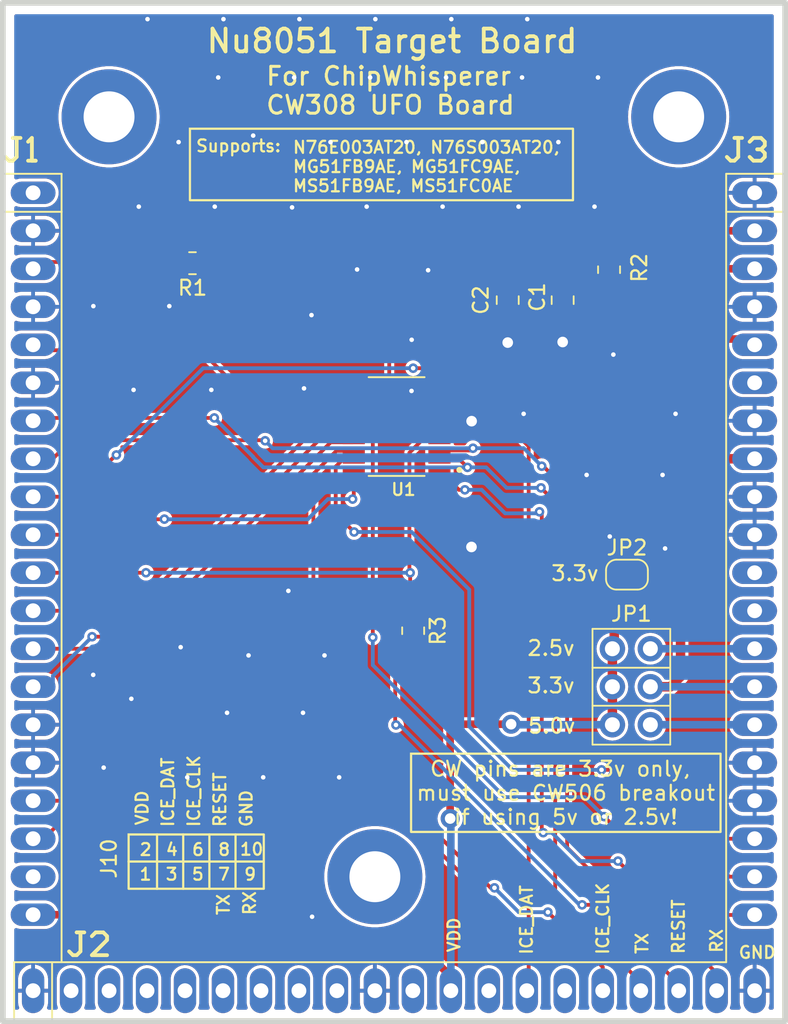
<source format=kicad_pcb>
(kicad_pcb (version 20221018) (generator pcbnew)
  (layers (0 "F.Cu" signal) (31 "B.Cu" signal) (34 "B.Paste" user) (35 "F.Paste" user) (36 "B.SilkS" user "B.Silkscreen") (37 "F.SilkS" user "F.Silkscreen") (38 "B.Mask" user) (39 "F.Mask" user) (44 "Edge.Cuts" user))
  (net 0 "")
  (net 1 "VCC")
  (net 2 "GND")
  (net 3 "Net-(J1-FILT_LP)")
  (net 5 "Net-(J1-CLKOUT)")
  (net 6 "GPI01")
  (net 7 "GPI02")
  (net 8 "GPI03")
  (net 9 "GPI04")
  (net 10 "RST")
  (net 11 "SCK")
  (net 12 "MISO")
  (net 13 "MOSI")
  (net 14 "PDIC")
  (net 15 "PDID")
  (net 26 "CLK")
  (net 27 "VBUS")
  (net 33 "LED1")
  (net 34 "LED2")
  (net 35 "LED3")
  (net 36 "CLKOUT")
  (net 38 "+5V")
  (net 39 "+3.3V")
  (net 40 "+2V5")
  (net 41 "SCL")
  (net 42 "SDA")
  (footprint "Resistor_SMD:R_0805_2012Metric_Pad1.20x1.40mm_HandSolder" (layer "F.Cu") (at 150 105.1 90)
    (fp_text reference "R3" (at 0 1.65 270) (layer "F.SilkS"))
    (fp_text value "10K")
    (pad "1" smd roundrect (at -1 0 90) (size 1.2 1.4) (layers "F.Cu" "F.Paste" "F.Mask") (roundrect_rratio 0.2083333333) (net 1 "VCC"))
    (pad "2" smd roundrect (at 1 0 90) (size 1.2 1.4) (layers "F.Cu" "F.Paste" "F.Mask") (roundrect_rratio 0.2083333333) (net 10 "RST"))
  )
  (footprint "Connector_PinHeader_2.54mm:PinHeader_2x03_P2.54mm_Vertical" (layer "F.Cu") (at 163.325 106.3042)
    (fp_text reference "JP1" (at 1.27 -2.33) (layer "F.SilkS"))
    (fp_text value "Jumper_2_Open")
    (pad "1" thru_hole circle (at 0 0) (size 1.7 1.7) (drill 1) (layers "*.Cu" "*.Mask") (net 1 "VCC"))
    (pad "2" thru_hole oval (at 2.54 0) (size 1.7 1.7) (drill 1) (layers "*.Cu" "*.Mask") (net 40 "+2V5"))
    (pad "3" thru_hole oval (at 0 2.54) (size 1.7 1.7) (drill 1) (layers "*.Cu" "*.Mask") (net 1 "VCC"))
    (pad "4" thru_hole oval (at 2.54 2.54) (size 1.7 1.7) (drill 1) (layers "*.Cu" "*.Mask") (net 39 "+3.3V"))
    (pad "5" thru_hole oval (at 0 5.08) (size 1.7 1.7) (drill 1) (layers "*.Cu" "*.Mask") (net 1 "VCC"))
    (pad "6" thru_hole oval (at 2.54 5.08) (size 1.7 1.7) (drill 1) (layers "*.Cu" "*.Mask") (net 38 "+5V"))
  )
  (footprint "Resistor_SMD:R_0805_2012Metric_Pad1.20x1.40mm_HandSolder" (layer "F.Cu") (at 135.24 80.53 180)
    (fp_text reference "R1" (at 0 -1.65) (layer "F.SilkS"))
    (fp_text value "100R")
    (pad "1" smd roundrect (at -1 0 180) (size 1.2 1.4) (layers "F.Cu" "F.Paste" "F.Mask") (roundrect_rratio 0.2083333333) (net 26 "CLK"))
    (pad "2" smd roundrect (at 1 0 180) (size 1.2 1.4) (layers "F.Cu" "F.Paste" "F.Mask") (roundrect_rratio 0.2083333333) (net 5 "Net-(J1-CLKOUT)"))
  )
  (footprint "Resistor_SMD:R_0805_2012Metric_Pad1.20x1.40mm_HandSolder" (layer "F.Cu") (at 163.1025 80.965 -90)
    (fp_text reference "R2" (at -0.125 -2.0275 90) (layer "F.SilkS"))
    (fp_text value "51R")
    (pad "1" smd roundrect (at -1 0 270) (size 1.2 1.4) (layers "F.Cu" "F.Paste" "F.Mask") (roundrect_rratio 0.2083333333) (net 27 "VBUS"))
    (pad "2" smd roundrect (at 1 0 270) (size 1.2 1.4) (layers "F.Cu" "F.Paste" "F.Mask") (roundrect_rratio 0.2083333333) (net 3 "Net-(J1-FILT_LP)"))
  )
  (footprint "N76E003AT20:SOP65P640X120-20N" (layer "F.Cu") (at 148.8925 91.45 180)
    (fp_text reference "U1" (at -0.460305 -4.210775 180) (layer "F.SilkS") (effects (font (size 0.800528 0.800528))))
    (fp_text value "N76E003AT20")
    (pad "1" smd roundrect (at -2.865 -2.925 180) (size 1.48 0.41) (layers "F.Cu" "F.Paste" "F.Mask") (roundrect_rratio 0.02) (net 35 "LED3"))
    (pad "2" smd roundrect (at -2.865 -2.275 180) (size 1.48 0.41) (layers "F.Cu" "F.Paste" "F.Mask") (roundrect_rratio 0.02) (net 6 "GPI01"))
    (pad "3" smd roundrect (at -2.865 -1.625 180) (size 1.48 0.41) (layers "F.Cu" "F.Paste" "F.Mask") (roundrect_rratio 0.02) (net 7 "GPI02"))
    (pad "4" smd roundrect (at -2.865 -0.975 180) (size 1.48 0.41) (layers "F.Cu" "F.Paste" "F.Mask") (roundrect_rratio 0.02) (net 10 "RST"))
    (pad "5" smd roundrect (at -2.865 -0.325 180) (size 1.48 0.41) (layers "F.Cu" "F.Paste" "F.Mask") (roundrect_rratio 0.02) (net 26 "CLK"))
    (pad "6" smd roundrect (at -2.865 0.325 180) (size 1.48 0.41) (layers "F.Cu" "F.Paste" "F.Mask") (roundrect_rratio 0.02))
    (pad "7" smd roundrect (at -2.865 0.975 180) (size 1.48 0.41) (layers "F.Cu" "F.Paste" "F.Mask") (roundrect_rratio 0.02) (net 2 "GND"))
    (pad "8" smd roundrect (at -2.865 1.625 180) (size 1.48 0.41) (layers "F.Cu" "F.Paste" "F.Mask") (roundrect_rratio 0.02) (net 15 "PDID"))
    (pad "9" smd roundrect (at -2.865 2.275 180) (size 1.48 0.41) (layers "F.Cu" "F.Paste" "F.Mask") (roundrect_rratio 0.02) (net 27 "VBUS"))
    (pad "10" smd roundrect (at -2.865 2.925 180) (size 1.48 0.41) (layers "F.Cu" "F.Paste" "F.Mask") (roundrect_rratio 0.02) (net 8 "GPI03"))
    (pad "11" smd roundrect (at 2.865 2.925) (size 1.48 0.41) (layers "F.Cu" "F.Paste" "F.Mask") (roundrect_rratio 0.02) (net 42 "SDA"))
    (pad "12" smd roundrect (at 2.865 2.275) (size 1.48 0.41) (layers "F.Cu" "F.Paste" "F.Mask") (roundrect_rratio 0.02) (net 41 "SCL"))
    (pad "13" smd roundrect (at 2.865 1.625) (size 1.48 0.41) (layers "F.Cu" "F.Paste" "F.Mask") (roundrect_rratio 0.02) (net 34 "LED2"))
    (pad "14" smd roundrect (at 2.865 0.975) (size 1.48 0.41) (layers "F.Cu" "F.Paste" "F.Mask") (roundrect_rratio 0.02) (net 36 "CLKOUT"))
    (pad "15" smd roundrect (at 2.865 0.325) (size 1.48 0.41) (layers "F.Cu" "F.Paste" "F.Mask") (roundrect_rratio 0.02) (net 11 "SCK"))
    (pad "16" smd roundrect (at 2.865 -0.325) (size 1.48 0.41) (layers "F.Cu" "F.Paste" "F.Mask") (roundrect_rratio 0.02) (net 13 "MOSI"))
    (pad "17" smd roundrect (at 2.865 -0.975) (size 1.48 0.41) (layers "F.Cu" "F.Paste" "F.Mask") (roundrect_rratio 0.02) (net 12 "MISO"))
    (pad "18" smd roundrect (at 2.865 -1.625) (size 1.48 0.41) (layers "F.Cu" "F.Paste" "F.Mask") (roundrect_rratio 0.02) (net 14 "PDIC"))
    (pad "19" smd roundrect (at 2.865 -2.275) (size 1.48 0.41) (layers "F.Cu" "F.Paste" "F.Mask") (roundrect_rratio 0.02) (net 33 "LED1"))
    (pad "20" smd roundrect (at 2.865 -2.925) (size 1.48 0.41) (layers "F.Cu" "F.Paste" "F.Mask") (roundrect_rratio 0.02) (net 9 "GPI04"))
  )
  (footprint "Capacitor_SMD:C_0805_2012Metric_Pad1.18x1.45mm_HandSolder" (layer "F.Cu") (at 156.325 83 -90)
    (fp_text reference "C2" (at 0 1.8 -90) (layer "F.SilkS"))
    (fp_text value "2.2uF (OPT)")
    (pad "1" smd roundrect (at -1.0375 0 270) (size 1.175 1.45) (layers "F.Cu" "F.Paste" "F.Mask") (roundrect_rratio 0.2127659574) (net 3 "Net-(J1-FILT_LP)"))
    (pad "2" smd roundrect (at 1.0375 0 270) (size 1.175 1.45) (layers "F.Cu" "F.Paste" "F.Mask") (roundrect_rratio 0.2127659574) (net 2 "GND"))
  )
  (footprint "Jumper:SolderJumper-2_P1.3mm_Open_RoundedPad1.0x1.5mm" (layer "F.Cu") (at 164.3 101.35)
    (fp_text reference "JP2" (at 0 -1.8) (layer "F.SilkS"))
    (fp_text value "SolderJumper_2_Open")
    (pad "1" smd custom (at -0.65 0) (size 1 0.5) (layers "F.Cu" "F.Mask") (net 1 "VCC") (options (clearance outline) (anchor rect)) (primitives (gr_circle (center 0 0.25) (end 0.5 0.25) (width 0) (fill yes)) (gr_circle (center 0 -0.25) (end 0.5 -0.25) (width 0) (fill yes)) (gr_poly (pts (xy 0.5 0.75) (xy 0 0.75) (xy 0 -0.75) (xy 0.5 -0.75)) (width 0) (fill yes))))
    (pad "2" smd custom (at 0.65 0) (size 1 0.5) (layers "F.Cu" "F.Mask") (net 39 "+3.3V") (options (clearance outline) (anchor rect)) (primitives (gr_circle (center 0 0.25) (end 0.5 0.25) (width 0) (fill yes)) (gr_circle (center 0 -0.25) (end 0.5 -0.25) (width 0) (fill yes)) (gr_poly (pts (xy 0 0.75) (xy -0.5 0.75) (xy -0.5 -0.75) (xy 0 -0.75)) (width 0) (fill yes))))
  )
  (footprint "Capacitor_SMD:C_0805_2012Metric_Pad1.18x1.45mm_HandSolder" (layer "F.Cu") (at 160 83 -90)
    (fp_text reference "C1" (at -0.2 1.7 -90) (layer "F.SilkS"))
    (fp_text value "100nF")
    (pad "1" smd roundrect (at -1.0375 0 270) (size 1.175 1.45) (layers "F.Cu" "F.Paste" "F.Mask") (roundrect_rratio 0.2127659574) (net 3 "Net-(J1-FILT_LP)"))
    (pad "2" smd roundrect (at 1.0375 0 270) (size 1.175 1.45) (layers "F.Cu" "F.Paste" "F.Mask") (roundrect_rratio 0.2127659574) (net 2 "GND"))
  )
  (footprint "chipwhisperer:CW308T_CONNBOARD" (layer "F.Cu") (at 124.5795 75.8242)
    (fp_text reference "J1" hide)
    (fp_text value "CW308T_CONNBOARD" hide)
    (pad "A1" thru_hole oval locked (at 0 0 90) (size 1.4986 2.9972) (drill 0.9906) (layers "*.Cu" "*.Mask"))
    (pad "A2" thru_hole oval locked (at 0 2.54 90) (size 1.4986 2.9972) (drill 0.9906) (layers "*.Cu" "*.Mask") (net 2 "GND"))
    (pad "A3" thru_hole oval locked (at 0 5.08 90) (size 1.4986 2.9972) (drill 0.9906) (layers "*.Cu" "*.Mask") (net 5 "Net-(J1-CLKOUT)"))
    (pad "A4" thru_hole oval locked (at 0 7.62 90) (size 1.4986 2.9972) (drill 0.9906) (layers "*.Cu" "*.Mask") (net 2 "GND"))
    (pad "A5" thru_hole oval locked (at 0 10.16 90) (size 1.4986 2.9972) (drill 0.9906) (layers "*.Cu" "*.Mask") (net 36 "CLKOUT"))
    (pad "A6" thru_hole oval locked (at 0 12.7 90) (size 1.4986 2.9972) (drill 0.9906) (layers "*.Cu" "*.Mask") (net 2 "GND"))
    (pad "A7" thru_hole oval locked (at 0 15.24 90) (size 1.4986 2.9972) (drill 0.9906) (layers "*.Cu" "*.Mask") (net 6 "GPI01"))
    (pad "A8" thru_hole oval locked (at 0 17.78 90) (size 1.4986 2.9972) (drill 0.9906) (layers "*.Cu" "*.Mask") (net 7 "GPI02"))
    (pad "A9" thru_hole oval locked (at 0 20.32 90) (size 1.4986 2.9972) (drill 0.9906) (layers "*.Cu" "*.Mask") (net 8 "GPI03"))
    (pad "A10" thru_hole oval locked (at 0 22.86 90) (size 1.4986 2.9972) (drill 0.9906) (layers "*.Cu" "*.Mask") (net 9 "GPI04"))
    (pad "A11" thru_hole oval locked (at 0 25.4 90) (size 1.4986 2.9972) (drill 0.9906) (layers "*.Cu" "*.Mask") (net 10 "RST"))
    (pad "A12" thru_hole oval locked (at 0 27.94 90) (size 1.4986 2.9972) (drill 0.9906) (layers "*.Cu" "*.Mask") (net 11 "SCK"))
    (pad "A13" thru_hole oval locked (at 0 30.48 90) (size 1.4986 2.9972) (drill 0.9906) (layers "*.Cu" "*.Mask") (net 12 "MISO"))
    (pad "A14" thru_hole oval locked (at 0 33.02 90) (size 1.4986 2.9972) (drill 0.9906) (layers "*.Cu" "*.Mask") (net 13 "MOSI"))
    (pad "A15" thru_hole oval locked (at 0 35.56 90) (size 1.4986 2.9972) (drill 0.9906) (layers "*.Cu" "*.Mask") (net 2 "GND"))
    (pad "A16" thru_hole oval locked (at 0 38.1 90) (size 1.4986 2.9972) (drill 0.9906) (layers "*.Cu" "*.Mask") (net 2 "GND"))
    (pad "A17" thru_hole oval locked (at 0 40.64 90) (size 1.4986 2.9972) (drill 0.9906) (layers "*.Cu" "*.Mask") (net 14 "PDIC"))
    (pad "A18" thru_hole oval locked (at 0 43.18 90) (size 1.4986 2.9972) (drill 0.9906) (layers "*.Cu" "*.Mask") (net 15 "PDID"))
    (pad "A19" thru_hole oval locked (at 0 45.72 90) (size 1.4986 2.9972) (drill 0.9906) (layers "*.Cu" "*.Mask"))
    (pad "A20" thru_hole oval locked (at 0 48.26 90) (size 1.4986 2.9972) (drill 0.9906) (layers "*.Cu" "*.Mask") (net 1 "VCC"))
    (pad "B1" thru_hole oval locked (at 0 53.34 180) (size 1.4986 2.9972) (drill 0.9906) (layers "*.Cu" "*.Mask") (net 2 "GND"))
    (pad "B2" thru_hole oval locked (at 2.54 53.34 180) (size 1.4986 2.9972) (drill 0.9906) (layers "*.Cu" "*.Mask"))
    (pad "B3" thru_hole oval locked (at 5.08 53.34 180) (size 1.4986 2.9972) (drill 0.9906) (layers "*.Cu" "*.Mask"))
    (pad "B4" thru_hole oval locked (at 7.62 53.34 180) (size 1.4986 2.9972) (drill 0.9906) (layers "*.Cu" "*.Mask"))
    (pad "B5" thru_hole oval locked (at 10.16 53.34 180) (size 1.4986 2.9972) (drill 0.9906) (layers "*.Cu" "*.Mask"))
    (pad "B6" thru_hole oval locked (at 12.7 53.34 180) (size 1.4986 2.9972) (drill 0.9906) (layers "*.Cu" "*.Mask"))
    (pad "B7" thru_hole oval locked (at 15.24 53.34 180) (size 1.4986 2.9972) (drill 0.9906) (layers "*.Cu" "*.Mask"))
    (pad "B8" thru_hole oval locked (at 17.78 53.34 180) (size 1.4986 2.9972) (drill 0.9906) (layers "*.Cu" "*.Mask"))
    (pad "B9" thru_hole oval locked (at 20.32 53.34 180) (size 1.4986 2.9972) (drill 0.9906) (layers "*.Cu" "*.Mask"))
    (pad "B10" thru_hole oval locked (at 22.86 53.34 180) (size 1.4986 2.9972) (drill 0.9906) (layers "*.Cu" "*.Mask") (net 2 "GND"))
    (pad "B11" thru_hole oval locked (at 25.4 53.34 180) (size 1.4986 2.9972) (drill 0.9906) (layers "*.Cu" "*.Mask"))
    (pad "B12" thru_hole oval locked (at 27.94 53.34 180) (size 1.4986 2.9972) (drill 0.9906) (layers "*.Cu" "*.Mask") (net 1 "VCC"))
    (pad "B13" thru_hole oval locked (at 30.48 53.34 180) (size 1.4986 2.9972) (drill 0.9906) (layers "*.Cu" "*.Mask"))
    (pad "B14" thru_hole oval locked (at 33.02 53.34 180) (size 1.4986 2.9972) (drill 0.9906) (layers "*.Cu" "*.Mask") (net 15 "PDID"))
    (pad "B15" thru_hole oval locked (at 35.56 53.34 180) (size 1.4986 2.9972) (drill 0.9906) (layers "*.Cu" "*.Mask"))
    (pad "B16" thru_hole oval locked (at 38.1 53.34 180) (size 1.4986 2.9972) (drill 0.9906) (layers "*.Cu" "*.Mask") (net 14 "PDIC"))
    (pad "B17" thru_hole oval locked (at 40.64 53.34 180) (size 1.4986 2.9972) (drill 0.9906) (layers "*.Cu" "*.Mask") (net 6 "GPI01"))
    (pad "B18" thru_hole oval locked (at 43.18 53.34 180) (size 1.4986 2.9972) (drill 0.9906) (layers "*.Cu" "*.Mask") (net 10 "RST"))
    (pad "B19" thru_hole oval locked (at 45.72 53.34 180) (size 1.4986 2.9972) (drill 0.9906) (layers "*.Cu" "*.Mask") (net 7 "GPI02"))
    (pad "B20" thru_hole oval locked (at 48.26 53.34 180) (size 1.4986 2.9972) (drill 0.9906) (layers "*.Cu" "*.Mask") (net 2 "GND"))
    (pad "C1" thru_hole oval locked (at 48.26 0 90) (size 1.4986 2.9972) (drill 0.9906) (layers "*.Cu" "*.Mask") (net 2 "GND"))
    (pad "C2" thru_hole oval locked (at 48.26 2.54 90) (size 1.4986 2.9972) (drill 0.9906) (layers "*.Cu" "*.Mask") (net 27 "VBUS"))
    (pad "C3" thru_hole oval locked (at 48.26 5.08 90) (size 1.4986 2.9972) (drill 0.9906) (layers "*.Cu" "*.Mask") (net 3 "Net-(J1-FILT_LP)"))
    (pad "C4" thru_hole oval locked (at 48.26 7.62 90) (size 1.4986 2.9972) (drill 0.9906) (layers "*.Cu" "*.Mask") (net 2 "GND"))
    (pad "C5" thru_hole oval locked (at 48.26 10.16 90) (size 1.4986 2.9972) (drill 0.9906) (layers "*.Cu" "*.Mask") (net 3 "Net-(J1-FILT_LP)"))
    (pad "C6" thru_hole oval locked (at 48.26 12.7 90) (size 1.4986 2.9972) (drill 0.9906) (layers "*.Cu" "*.Mask"))
    (pad "C7" thru_hole oval locked (at 48.26 15.24 90) (size 1.4986 2.9972) (drill 0.9906) (layers "*.Cu" "*.Mask") (net 2 "GND"))
    (pad "C8" thru_hole oval locked (at 48.26 17.78 90) (size 1.4986 2.9972) (drill 0.9906) (layers "*.Cu" "*.Mask") (net 1 "VCC"))
    (pad "C9" thru_hole oval locked (at 48.26 20.32 90) (size 1.4986 2.9972) (drill 0.9906) (layers "*.Cu" "*.Mask") (net 2 "GND"))
    (pad "C10" thru_hole oval locked (at 48.26 22.86 90) (size 1.4986 2.9972) (drill 0.9906) (layers "*.Cu" "*.Mask") (net 2 "GND"))
    (pad "C11" thru_hole oval locked (at 48.26 25.4 90) (size 1.4986 2.9972) (drill 0.9906) (layers "*.Cu" "*.Mask"))
    (pad "C12" thru_hole oval locked (at 48.26 27.94 90) (size 1.4986 2.9972) (drill 0.9906) (layers "*.Cu" "*.Mask"))
    (pad "C13" thru_hole oval locked (at 48.26 30.48 90) (size 1.4986 2.9972) (drill 0.9906) (layers "*.Cu" "*.Mask") (net 40 "+2V5"))
    (pad "C14" thru_hole oval locked (at 48.26 33.02 90) (size 1.4986 2.9972) (drill 0.9906) (layers "*.Cu" "*.Mask") (net 39 "+3.3V"))
    (pad "C15" thru_hole oval locked (at 48.26 35.56 90) (size 1.4986 2.9972) (drill 0.9906) (layers "*.Cu" "*.Mask") (net 38 "+5V"))
    (pad "C16" thru_hole oval locked (at 48.26 38.1 90) (size 1.4986 2.9972) (drill 0.9906) (layers "*.Cu" "*.Mask") (net 2 "GND"))
    (pad "C17" thru_hole oval locked (at 48.26 40.64 90) (size 1.4986 2.9972) (drill 0.9906) (layers "*.Cu" "*.Mask") (net 2 "GND"))
    (pad "C18" thru_hole oval locked (at 48.26 43.18 90) (size 1.4986 2.9972) (drill 0.9906) (layers "*.Cu" "*.Mask") (net 33 "LED1"))
    (pad "C19" thru_hole oval locked (at 48.26 45.72 90) (size 1.4986 2.9972) (drill 0.9906) (layers "*.Cu" "*.Mask") (net 34 "LED2"))
    (pad "C20" thru_hole oval locked (at 48.26 48.26 90) (size 1.4986 2.9972) (drill 0.9906) (layers "*.Cu" "*.Mask") (net 35 "LED3"))
    (pad "MH1" thru_hole circle locked (at 5.08 -5.08 90) (size 6.35 6.35) (drill 3.4036) (layers "*.Cu" "*.Mask"))
    (pad "MH2" thru_hole circle locked (at 43.18 -5.08 90) (size 6.35 6.35) (drill 3.4036) (layers "*.Cu" "*.Mask"))
    (pad "MH3" thru_hole circle locked (at 22.86 45.72 90) (size 6.35 6.35) (drill 3.4036) (layers "*.Cu" "*.Mask"))
  )
  (gr_line (start 173.52084 72.41021) (end 173.52084 72.66395) (stroke (width 0.254)) (layer "F.SilkS"))
  (gr_line (start 132.87 118.715) (end 132.87 122.355) (stroke (width 0.15)) (layer "F.SilkS"))
  (gr_line (start 124.24509 73.6797) (end 124.75284 73.6797) (stroke (width 0.254)) (layer "F.SilkS"))
  (gr_line (start 123.22935 72.15621) (end 123.48335 72.15621) (stroke (width 0.254)) (layer "F.SilkS"))
  (gr_line (start 128.004 125.265255) (end 127.496 125.265255) (stroke (width 0.254)) (layer "F.SilkS"))
  (gr_line (start 136.37 118.715) (end 136.37 122.355) (stroke (width 0.15)) (layer "F.SilkS"))
  (gr_rect (start 135.07 71.54) (end 160.69 76.32) (stroke (width 0.15)) (fill none) (layer "F.SilkS"))
  (gr_line (start 171.99735 72.15621) (end 171.48935 72.15621) (stroke (width 0.254)) (layer "F.SilkS"))
  (gr_line (start 134.62 118.715) (end 134.62 122.355) (stroke (width 0.15)) (layer "F.SilkS"))
  (gr_line (start 172.75909 73.6797) (end 172.50509 73.4257) (stroke (width 0.254)) (layer "F.SilkS"))
  (gr_rect (start 130.97 118.72) (end 140.01 122.35) (stroke (width 0.15)) (fill none) (layer "F.SilkS"))
  (gr_line (start 173.26684 73.6797) (end 172.75909 73.6797) (stroke (width 0.254)) (layer "F.SilkS"))
  (gr_line (start 130.96 120.53) (end 140 120.53) (stroke (width 0.15)) (layer "F.SilkS"))
  (gr_line (start 171.48935 72.15621) (end 171.74335 72.15621) (stroke (width 0.254)) (layer "F.SilkS"))
  (gr_line (start 171.48935 73.6797) (end 171.2356 73.6797) (stroke (width 0.254)) (layer "F.SilkS"))
  (gr_line (start 127.24225 126.788745) (end 126.98825 126.534745) (stroke (width 0.254)) (layer "F.SilkS"))
  (gr_line (start 123.22935 73.6797) (end 122.9756 73.6797) (stroke (width 0.254)) (layer "F.SilkS"))
  (gr_line (start 127.496 125.265255) (end 127.75 125.265255) (stroke (width 0.254)) (layer "F.SilkS"))
  (gr_line (start 129.27349 125.265255) (end 128.76574 125.265255) (stroke (width 0.254)) (layer "F.SilkS"))
  (gr_line (start 173.52084 73.17195) (end 173.52084 73.4257) (stroke (width 0.254)) (layer "F.SilkS"))
  (gr_line (start 127.496 126.788745) (end 127.24225 126.788745) (stroke (width 0.254)) (layer "F.SilkS"))
  (gr_line (start 171.74335 72.15621) (end 171.74335 73.4257) (stroke (width 0.254)) (layer "F.SilkS"))
  (gr_line (start 123.48335 73.4257) (end 123.22935 73.6797) (stroke (width 0.254)) (layer "F.SilkS"))
  (gr_line (start 124.49909 73.6797) (end 124.49909 72.15621) (stroke (width 0.254)) (layer "F.SilkS"))
  (gr_line (start 128.51174 126.788745) (end 129.52749 125.772995) (stroke (width 0.254)) (layer "F.SilkS"))
  (gr_line (start 128.76574 125.265255) (end 128.51174 125.519255) (stroke (width 0.254)) (layer "F.SilkS"))
  (gr_line (start 138.12 118.715) (end 138.12 122.355) (stroke (width 0.15)) (layer "F.SilkS"))
  (gr_line (start 171.2356 73.6797) (end 170.9816 73.4257) (stroke (width 0.254)) (layer "F.SilkS"))
  (gr_line (start 123.48335 72.15621) (end 123.48335 73.4257) (stroke (width 0.254)) (layer "F.SilkS"))
  (gr_line (start 173.26684 72.91795) (end 173.52084 73.17195) (stroke (width 0.254)) (layer "F.SilkS"))
  (gr_line (start 129.52749 125.772995) (end 129.52749 125.519255) (stroke (width 0.254)) (layer "F.SilkS"))
  (gr_line (start 173.01284 72.91795) (end 173.26684 72.91795) (stroke (width 0.254)) (layer "F.SilkS"))
  (gr_line (start 123.73735 72.15621) (end 123.22935 72.15621) (stroke (width 0.254)) (layer "F.SilkS"))
  (gr_rect (start 149.86 113.32) (end 170.56 118.55) (stroke (width 0.15)) (fill none) (layer "F.SilkS"))
  (gr_line (start 122.9756 73.6797) (end 122.7216 73.4257) (stroke (width 0.254)) (layer "F.SilkS"))
  (gr_line (start 129.52749 126.788745) (end 128.51174 126.788745) (stroke (width 0.254)) (layer "F.SilkS"))
  (gr_line (start 172.75909 72.15621) (end 173.26684 72.15621) (stroke (width 0.254)) (layer "F.SilkS"))
  (gr_line (start 173.26684 72.15621) (end 173.52084 72.41021) (stroke (width 0.254)) (layer "F.SilkS"))
  (gr_line (start 127.75 125.265255) (end 127.75 126.534745) (stroke (width 0.254)) (layer "F.SilkS"))
  (gr_line (start 124.49909 72.15621) (end 124.24509 72.41021) (stroke (width 0.254)) (layer "F.SilkS"))
  (gr_line (start 173.52084 73.4257) (end 173.26684 73.6797) (stroke (width 0.254)) (layer "F.SilkS"))
  (gr_line (start 173.52084 72.66395) (end 173.26684 72.91795) (stroke (width 0.254)) (layer "F.SilkS"))
  (gr_line (start 171.74335 73.4257) (end 171.48935 73.6797) (stroke (width 0.254)) (layer "F.SilkS"))
  (gr_line (start 172.50509 72.41021) (end 172.75909 72.15621) (stroke (width 0.254)) (layer "F.SilkS"))
  (gr_line (start 127.75 126.534745) (end 127.496 126.788745) (stroke (width 0.254)) (layer "F.SilkS"))
  (gr_line (start 129.52749 125.519255) (end 129.27349 125.265255) (stroke (width 0.254)) (layer "F.SilkS"))
  (gr_line (start 173.26684 72.91795) (end 173.01284 72.91795) (stroke (width 0.254)) (layer "F.SilkS"))
  (gr_line (start 124.75284 73.6797) (end 124.49909 73.6797) (stroke (width 0.254)) (layer "F.SilkS"))
  (gr_line (start 174.8805 131.198) (end 174.8805 115.069) (stroke (width 0.381)) (layer "Edge.Cuts"))
  (gr_line (start 122.5565 131.198) (end 122.5565 63.126) (stroke (width 0.381)) (layer "Edge.Cuts"))
  (gr_line (start 122.5565 63.126) (end 174.8805 63.126) (stroke (width 0.381)) (layer "Edge.Cuts"))
  (gr_line (start 174.8805 80.525) (end 174.8805 63.126) (stroke (width 0.381)) (layer "Edge.Cuts"))
  (gr_line (start 174.8805 115.069) (end 174.8805 80.525) (stroke (width 0.381)) (layer "Edge.Cuts"))
  (gr_line (start 122.5565 131.198) (end 174.8805 131.198) (stroke (width 0.381)) (layer "Edge.Cuts"))
  (gr_text "VDD" (at 132.34 118.18 90) (layer "F.SilkS") (effects (font (size 0.8 0.8)) (justify left bottom)))
  (gr_text "3.3v" (at 157.55 109.35) (layer "F.SilkS") (effects (font (size 1 1)) (justify left bottom)))
  (gr_text "9" (at 138.62 121.85) (layer "F.SilkS") (effects (font (size 0.8 0.8)) (justify left bottom)))
  (gr_text "TX" (at 165.78 126.79 90) (layer "F.SilkS") (effects (font (size 0.8 0.8)) (justify left bottom)))
  (gr_text "GND" (at 139.3 118.3 90) (layer "F.SilkS") (effects (font (size 0.8 0.8)) (justify left bottom)))
  (gr_text "ICE_CLK\n" (at 163.15 126.83 90) (layer "F.SilkS") (effects (font (size 0.8 0.8)) (justify left bottom)))
  (gr_text "Nu8051 Target Board" (at 148.59 66.57) (layer "F.SilkS") (effects (font (size 1.524 1.524) (thickness 0.254) bold) (justify bottom)))
  (gr_text "Supports:" (at 135.4 73.16) (layer "F.SilkS") (effects (font (size 0.8 0.8)) (justify left bottom)))
  (gr_text "2" (at 131.63 120.2) (layer "F.SilkS") (effects (font (size 0.8 0.8)) (justify left bottom)))
  (gr_text "CW pins are 3.3v only, \nmust use CW506 breakout\nif using 5v or 2.5v!" (at 160.21 118.14) (layer "F.SilkS") (effects (font (size 1 1)) (justify bottom)))
  (gr_text "3" (at 133.37 121.85) (layer "F.SilkS") (effects (font (size 0.8 0.8)) (justify left bottom)))
  (gr_text "4" (at 133.38 120.2) (layer "F.SilkS") (effects (font (size 0.8 0.8)) (justify left bottom)))
  (gr_text "8" (at 136.88 120.2) (layer "F.SilkS") (effects (font (size 0.8 0.8)) (justify left bottom)))
  (gr_text "1" (at 131.62 121.85) (layer "F.SilkS") (effects (font (size 0.8 0.8)) (justify left bottom)))
  (gr_text "RESET" (at 137.54 118.3 90) (layer "F.SilkS") (effects (font (size 0.8 0.8)) (justify left bottom)))
  (gr_text "GND" (at 171.690869 127.077534) (layer "F.SilkS") (effects (font (size 0.8 0.8)) (justify left bottom)))
  (gr_text "VDD" (at 153.2 126.67 90) (layer "F.SilkS") (effects (font (size 0.8 0.8)) (justify left bottom)))
  (gr_text "6" (at 135.13 120.2) (layer "F.SilkS") (effects (font (size 0.8 0.8)) (justify left bottom)))
  (gr_text "RX" (at 170.760212 126.713363 90) (layer "F.SilkS") (effects (font (size 0.8 0.8)) (justify left bottom)))
  (gr_text "3.3v" (at 159.15 101.85) (layer "F.SilkS") (effects (font (size 1 1)) (justify left bottom)))
  (gr_text "N76E003AT20, N76S003AT20, \nMG51FB9AE, MG51FC9AE,\nMS51FB9AE, MS51FC0AE" (at 141.88 75.83) (layer "F.SilkS") (effects (font (size 0.8 0.8)) (justify left bottom)))
  (gr_text "2.5v" (at 157.55 106.85) (layer "F.SilkS") (effects (font (size 1 1)) (justify left bottom)))
  (gr_text "10" (at 138.34 120.18) (layer "F.SilkS") (effects (font (size 0.8 0.8)) (justify left bottom)))
  (gr_text "RX" (at 139.53 124.19 90) (layer "F.SilkS") (effects (font (size 0.8 0.8)) (justify left bottom)))
  (gr_text "5.0v" (at 157.6 112.05) (layer "F.SilkS") (effects (font (size 1 1)) (justify left bottom)))
  (gr_text "ICE_DAT" (at 134.06 118.3 90) (layer "F.SilkS") (effects (font (size 0.8 0.8)) (justify left bottom)))
  (gr_text "5" (at 135.12 121.85) (layer "F.SilkS") (effects (font (size 0.8 0.8)) (justify left bottom)))
  (gr_text "J10" (at 130.24 121.76 90) (layer "F.SilkS") (effects (font (size 1 1)) (justify left bottom)))
  (gr_text "ICE_CLK\n" (at 135.8 118.3 90) (layer "F.SilkS") (effects (font (size 0.8 0.8)) (justify left bottom)))
  (gr_text "TX" (at 137.78 124.19 90) (layer "F.SilkS") (effects (font (size 0.8 0.8)) (justify left bottom)))
  (gr_text "ICE_DAT" (at 158.05 126.83 90) (layer "F.SilkS") (effects (font (size 0.8 0.8)) (justify left bottom)))
  (gr_text "RESET" (at 168.211018 126.79429 90) (layer "F.SilkS") (effects (font (size 0.8 0.8)) (justify left bottom)))
  (gr_text "7" (at 136.87 121.85) (layer "F.SilkS") (effects (font (size 0.8 0.8)) (justify left bottom)))
  (gr_text "For ChipWhisperer\nCW308 UFO Board" (at 140.06 70.66) (layer "F.SilkS") (effects (font (size 1.2 1.2) (thickness 0.2) bold) (justify left bottom)))
  (segment (start 152.475 117.6555) (end 152.475 108.575) (width 0.508) (layer "F.Cu") (net 1))
  (segment (start 152.475 108.575) (end 150.05 106.15) (width 0.508) (layer "F.Cu") (net 1))
  (segment (start 150.475 126.175) (end 152.5195 128.2195) (width 0.508) (layer "F.Cu") (net 1))
  (segment (start 170.6888 93.6042) (end 163.65 100.643) (width 0.635) (layer "F.Cu") (net 1))
  (segment (start 156.45 111.35) (end 156.5 111.3) (width 0.508) (layer "F.Cu") (net 1))
  (segment (start 163.325 108.8442) (end 163.325 111.3842) (width 0.635) (layer "F.Cu") (net 1))
  (segment (start 163.45 101.55) (end 163.45 106.1792) (width 0.635) (layer "F.Cu") (net 1))
  (segment (start 163.65 101.35) (end 163.45 101.55) (width 0.635) (layer "F.Cu") (net 1))
  (segment (start 163.65 100.643) (end 163.65 101.35) (width 0.635) (layer "F.Cu") (net 1))
  (segment (start 172.8395 93.6042) (end 170.6888 93.6042) (width 0.635) (layer "F.Cu") (net 1))
  (segment (start 152.5 111.3) (end 152.55 111.35) (width 0.508) (layer "F.Cu") (net 1))
  (segment (start 129.875 126.175) (end 150.475 126.175) (width 0.508) (layer "F.Cu") (net 1))
  (segment (start 156.5 111.3) (end 156.55 111.35) (width 0.635) (layer "F.Cu") (net 1))
  (segment (start 124.5795 124.0842) (end 127.7842 124.0842) (width 0.508) (layer "F.Cu") (net 1))
  (segment (start 163.325 106.3042) (end 163.325 108.8442) (width 0.635) (layer "F.Cu") (net 1))
  (segment (start 127.7842 124.0842) (end 129.875 126.175) (width 0.508) (layer "F.Cu") (net 1))
  (segment (start 152.55 111.35) (end 156.45 111.35) (width 0.508) (layer "F.Cu") (net 1))
  (via (at 156.55 111.35) (size 1.27) (drill 0.7112) (layers "F.Cu" "B.Cu") (net 1))
  (via (at 152.475 117.6555) (size 1.27) (drill 0.7112) (layers "F.Cu" "B.Cu") (net 1))
  (segment (start 152.5195 117.7) (end 152.5195 129.1642) (width 0.508) (layer "B.Cu") (net 1))
  (segment (start 152.475 117.6555) (end 152.5195 117.7) (width 0.635) (layer "B.Cu") (net 1))
  (segment (start 156.5842 111.3842) (end 163.325 111.3842) (width 0.508) (layer "B.Cu") (net 1))
  (segment (start 156.55 111.35) (end 156.5842 111.3842) (width 0.635) (layer "B.Cu") (net 1))
  (via (at 147.122 68.115) (size 0.635) (drill 0.3048) (layers "F.Cu" "B.Cu") (net 2))
  (via (at 152.552 64.215) (size 0.635) (drill 0.3048) (layers "F.Cu" "B.Cu") (net 2))
  (via (at 142.042 68.115) (size 0.635) (drill 0.3048) (layers "F.Cu" "B.Cu") (net 2))
  (via (at 146.89 76.75) (size 0.635) (drill 0.3048) (layers "F.Cu" "B.Cu") (net 2))
  (via (at 160 85.8) (size 1.27) (drill 0.7112) (layers "F.Cu" "B.Cu") (net 2))
  (via (at 161.602 94.685) (size 0.635) (drill 0.3048) (layers "F.Cu" "B.Cu") (net 2))
  (via (at 136.73 76.75) (size 0.635) (drill 0.3048) (layers "F.Cu" "B.Cu") (net 2))
  (via (at 142.632 110.585) (size 0.635) (drill 0.3048) (layers "F.Cu" "B.Cu") (net 2))
  (via (at 137.312 64.215) (size 0.635) (drill 0.3048) (layers "F.Cu" "B.Cu") (net 2))
  (via (at 138.99 106.75) (size 0.635) (drill 0.3048) (layers "F.Cu" "B.Cu") (net 2))
  (via (at 132.232 64.215) (size 0.635) (drill 0.3048) (layers "F.Cu" "B.Cu") (net 2))
  (via (at 144.472 72.435) (size 0.635) (drill 0.3048) (layers "F.Cu" "B.Cu") (net 2))
  (via (at 151.97 76.75) (size 0.635) (drill 0.3048) (layers "F.Cu" "B.Cu") (net 2))
  (via (at 128.61 83.4) (size 0.635) (drill 0.3048) (layers "F.Cu" "B.Cu") (net 2))
  (via (at 156.325 85.8375) (size 1.27) (drill 0.7112) (layers "F.Cu" "B.Cu") (net 2))
  (via (at 166.85 99.6) (size 0.635) (drill 0.3048) (layers "F.Cu" "B.Cu") (net 2))
  (via (at 146.25 80.95) (size 0.635) (drill 0.3048) (layers "F.Cu" "B.Cu") (net 2))
  (via (at 134.312 72.435) (size 0.635) (drill 0.3048) (layers "F.Cu" "B.Cu") (net 2))
  (via (at 163.39 86.64) (size 0.635) (drill 0.3048) (layers "F.Cu" "B.Cu") (net 2))
  (via (at 143.24 124.22) (size 0.635) (drill 0.3048) (layers "F.Cu" "B.Cu") (net 2))
  (via (at 157.632 64.215) (size 0.635) (drill 0.3048) (layers "F.Cu" "B.Cu") (net 2))
  (via (at 145.05 114.9) (size 0.635) (drill 0.3048) (layers "F.Cu" "B.Cu") (net 2))
  (via (at 166.682 94.685) (size 0.635) (drill 0.3048) (layers "F.Cu" "B.Cu") (net 2))
  (via (at 141.9 76.8) (size 0.635) (drill 0.3048) (layers "F.Cu" "B.Cu") (net 2))
  (via (at 141.652 102.435) (size 0.635) (drill 0.3048) (layers "F.Cu" "B.Cu") (net 2))
  (via (at 157.05 76.75) (size 0.635) (drill 0.3048) (layers "F.Cu" "B.Cu") (net 2))
  (via (at 153.91 91.09) (size 1.27) (drill 0.7112) (layers "F.Cu" "B.Cu") (net 2))
  (via (at 136.962 68.115) (size 0.635) (drill 0.3048) (layers "F.Cu" "B.Cu") (net 2))
  (via (at 159.712 72.435) (size 0.635) (drill 0.3048) (layers "F.Cu" "B.Cu") (net 2))
  (via (at 149.9 85.65) (size 0.635) (drill 0.3048) (layers "F.Cu" "B.Cu") (net 2))
  (via (at 167.55 90.6) (size 0.635) (drill 0.3048) (layers "F.Cu" "B.Cu") (net 2))
  (via (at 137.552 110.585) (size 0.635) (drill 0.3048) (layers "F.Cu" "B.Cu") (net 2))
  (via (at 136.5 89) (size 0.635) (drill 0.3048) (layers "F.Cu" "B.Cu") (net 2))
  (via (at 154.632 72.435) (size 0.635) (drill 0.3048) (layers "F.Cu" "B.Cu") (net 2))
  (via (at 151 81) (size 0.635) (drill 0.3048) (layers "F.Cu" "B.Cu") (net 2))
  (via (at 163.15 98.8) (size 0.635) (drill 0.3048) (layers "F.Cu" "B.Cu") (net 2))
  (via (at 149.89 89.07) (size 0.635) (drill 0.3048) (layers "F.Cu" "B.Cu") (net 2))
  (via (at 162.13 76.75) (size 0.635) (drill 0.3048) (layers "F.Cu" "B.Cu") (net 2))
  (via (at 157.282 68.115) (size 0.635) (drill 0.3048) (layers "F.Cu" "B.Cu") (net 2))
  (via (at 157.39 90.6) (size 0.635) (drill 0.3048) (layers "F.Cu" "B.Cu") (net 2))
  (via (at 131.65 76.75) (size 0.635) (drill 0.3048) (layers "F.Cu" "B.Cu") (net 2))
  (via (at 142.7 88.9) (size 0.635) (drill 0.3048) (layers "F.Cu" "B.Cu") (net 2))
  (via (at 131.3 89) (size 0.635) (drill 0.3048) (layers "F.Cu" "B.Cu") (net 2))
  (via (at 162.362 68.115) (size 0.635) (drill 0.3048) (layers "F.Cu" "B.Cu") (net 2))
  (via (at 153.9 99.5) (size 1.27) (drill 0.7112) (layers "F.Cu" "B.Cu") (net 2))
  (via (at 128.6 108.05) (size 0.635) (drill 0.3048) (layers "F.Cu" "B.Cu") (net 2))
  (via (at 142.392 64.215) (size 0.635) (drill 0.3048) (layers "F.Cu" "B.Cu") (net 2))
  (via (at 134.45 106.2) (size 0.635) (drill 0.3048) (layers "F.Cu" "B.Cu") (net 2))
  (via (at 129.3 114.25) (size 0.635) (drill 0.3048) (layers "F.Cu" "B.Cu") (net 2))
  (via (at 139.3 72) (size 0.635) (drill 0.3048) (layers "F.Cu" "B.Cu") (net 2))
  (via (at 144.07 106.75) (size 0.635) (drill 0.3048) (layers "F.Cu" "B.Cu") (net 2))
  (via (at 152.202 68.115) (size 0.635) (drill 0.3048) (layers "F.Cu" "B.Cu") (net 2))
  (via (at 139.97 114.9) (size 0.635) (drill 0.3048) (layers "F.Cu" "B.Cu") (net 2))
  (via (at 134.89 114.9) (size 0.635) (drill 0.3048) (layers "F.Cu" "B.Cu") (net 2))
  (via (at 149.552 72.435) (size 0.635) (drill 0.3048) (layers "F.Cu" "B.Cu") (net 2))
  (via (at 133.69 83.4) (size 0.635) (drill 0.3048) (layers "F.Cu" "B.Cu") (net 2))
  (via (at 131.15 109.65) (size 0.635) (drill 0.3048) (layers "F.Cu" "B.Cu") (net 2))
  (via (at 147.472 64.215) (size 0.635) (drill 0.3048) (layers "F.Cu" "B.Cu") (net 2))
  (via (at 143.2 84) (size 0.635) (drill 0.3048) (layers "F.Cu" "B.Cu") (net 2))
  (segment (start 164.8 85.6) (end 172.4553 85.6) (width 0.508) (layer "F.Cu") (net 3))
  (segment (start 169.7858 80.9042) (end 168.64 82.05) (width 0.508) (layer "F.Cu") (net 3))
  (segment (start 163.1025 81.965) (end 163.1025 83.9025) (width 0.508) (layer "F.Cu") (net 3))
  (segment (start 163.1025 83.9025) (end 164.8 85.6) (width 0.508) (layer "F.Cu") (net 3))
  (segment (start 156.325 81.9625) (end 160.02 81.9625) (width 0.508) (layer "F.Cu") (net 3))
  (segment (start 172.8395 80.9042) (end 169.7858 80.9042) (width 0.508) (layer "F.Cu") (net 3))
  (segment (start 168.64 82.05) (end 163.1875 82.05) (width 0.508) (layer "F.Cu") (net 3))
  (segment (start 163.1025 81.965) (end 159.975 81.965) (width 0.508) (layer "F.Cu") (net 3))
  (segment (start 125.0337 80.45) (end 133.7691 80.45) (width 0.254) (layer "F.Cu") (net 5))
  (segment (start 153.63 94.18) (end 153.175 93.725) (width 0.254) (layer "F.Cu") (net 6))
  (segment (start 153.175 93.725) (end 151.7575 93.725) (width 0.254) (layer "F.Cu") (net 6))
  (segment (start 136.7 90.875) (end 124.7687 90.875) (width 0.254) (layer "F.Cu") (net 6))
  (segment (start 158.55 95.55) (end 159.5 96.5) (width 0.254) (layer "F.Cu") (net 6))
  (segment (start 159.5 122.875) (end 165.2195 128.5945) (width 0.254) (layer "F.Cu") (net 6))
  (segment (start 159.5 96.5) (end 159.5 122.875) (width 0.254) (layer "F.Cu") (net 6))
  (via (at 153.63 94.18) (size 0.635) (drill 0.3048) (layers "F.Cu" "B.Cu") (net 6))
  (via (at 136.7 90.875) (size 0.635) (drill 0.3048) (layers "F.Cu" "B.Cu") (net 6))
  (via (at 158.55 95.55) (size 0.635) (drill 0.3048) (layers "F.Cu" "B.Cu") (net 6))
  (segment (start 153.63 94.18) (end 139.98 94.18) (width 0.254) (layer "B.Cu") (net 6))
  (segment (start 154.88 94.18) (end 156.25 95.55) (width 0.254) (layer "B.Cu") (net 6))
  (segment (start 139.3 93.5) (end 139.3 93.475) (width 0.254) (layer "B.Cu") (net 6))
  (segment (start 156.25 95.55) (end 158.55 95.55) (width 0.254) (layer "B.Cu") (net 6))
  (segment (start 153.63 94.18) (end 154.88 94.18) (width 0.254) (layer "B.Cu") (net 6))
  (segment (start 139.98 94.18) (end 139.3 93.5) (width 0.254) (layer "B.Cu") (net 6))
  (segment (start 139.3 93.475) (end 136.7 90.875) (width 0.254) (layer "B.Cu") (net 6))
  (segment (start 153.85 93.05) (end 151.7825 93.05) (width 0.254) (layer "F.Cu") (net 7))
  (segment (start 154 92.9) (end 153.85 93.05) (width 0.254) (layer "F.Cu") (net 7))
  (segment (start 167.5 126.8) (end 169.1 126.8) (width 0.254) (layer "F.Cu") (net 7))
  (segment (start 140.1 92.4) (end 140.0627 92.3627) (width 0.254) (layer "F.Cu") (net 7))
  (segment (start 127.1373 92.3627) (end 125.8958 93.6042) (width 0.254) (layer "F.Cu") (net 7))
  (segment (start 140.0627 92.3627) (end 127.1373 92.3627) (width 0.254) (layer "F.Cu") (net 7))
  (segment (start 158.7 94.1) (end 160.3 95.7) (width 0.254) (layer "F.Cu") (net 7))
  (segment (start 160.3 119.6) (end 167.5 126.8) (width 0.254) (layer "F.Cu") (net 7))
  (segment (start 160.3 95.7) (end 160.3 119.6) (width 0.254) (layer "F.Cu") (net 7))
  (segment (start 158.6 94.1) (end 158.7 94.1) (width 0.254) (layer "F.Cu") (net 7))
  (segment (start 125.8958 93.6042) (end 124.5795 93.6042) (width 0.254) (layer "F.Cu") (net 7))
  (segment (start 169.1 126.8) (end 170.2995 127.9995) (width 0.254) (layer "F.Cu") (net 7))
  (via (at 140.1 92.4) (size 0.635) (drill 0.3048) (layers "F.Cu" "B.Cu") (net 7))
  (via (at 154 92.9) (size 0.635) (drill 0.3048) (layers "F.Cu" "B.Cu") (net 7))
  (via (at 158.6 94.1) (size 0.635) (drill 0.3048) (layers "F.Cu" "B.Cu") (net 7))
  (segment (start 154 92.9) (end 157.4 92.9) (width 0.254) (layer "B.Cu") (net 7))
  (segment (start 140.6 92.9) (end 140.1 92.4) (width 0.254) (layer "B.Cu") (net 7))
  (segment (start 154 92.9) (end 140.6 92.9) (width 0.254) (layer "B.Cu") (net 7))
  (segment (start 157.4 92.9) (end 158.6 94.1) (width 0.254) (layer "B.Cu") (net 7))
  (segment (start 130.12 93.35) (end 127.3258 96.1442) (width 0.254) (layer "F.Cu") (net 8))
  (segment (start 130.15 93.35) (end 130.12 93.35) (width 0.254) (layer "F.Cu") (net 8))
  (segment (start 150.7825 87.55) (end 151.7575 88.525) (width 0.254) (layer "F.Cu") (net 8))
  (segment (start 150 87.55) (end 150.7825 87.55) (width 0.254) (layer "F.Cu") (net 8))
  (segment (start 127.3258 96.1442) (end 125.7558 96.1442) (width 0.254) (layer "F.Cu") (net 8))
  (via (at 130.15 93.35) (size 0.635) (drill 0.3048) (layers "F.Cu" "B.Cu") (net 8))
  (via (at 150 87.55) (size 0.635) (drill 0.3048) (layers "F.Cu" "B.Cu") (net 8))
  (segment (start 135.95 87.55) (end 150 87.55) (width 0.254) (layer "B.Cu") (net 8))
  (segment (start 130.15 93.35) (end 135.95 87.55) (width 0.254) (layer "B.Cu") (net 8))
  (segment (start 126.383 98.6842) (end 124.5795 98.6842) (width 0.254) (layer "F.Cu") (net 9))
  (segment (start 133.35 97.65) (end 127.4172 97.65) (width 0.254) (layer "F.Cu") (net 9))
  (segment (start 145.95 96.3) (end 146.0275 96.2225) (width 0.254) (layer "F.Cu") (net 9))
  (segment (start 146.0275 96.2225) (end 146.0275 94.375) (width 0.254) (layer "F.Cu") (net 9))
  (segment (start 133.35 97.65) (end 133.36 97.64) (width 0.254) (layer "F.Cu") (net 9))
  (segment (start 127.4172 97.65) (end 126.383 98.6842) (width 0.254) (layer "F.Cu") (net 9))
  (via (at 133.36 97.64) (size 0.635) (drill 0.3048) (layers "F.Cu" "B.Cu") (net 9))
  (via (at 145.95 96.3) (size 0.635) (drill 0.3048) (layers "F.Cu" "B.Cu") (net 9))
  (segment (start 142.95 97.65) (end 133.375 97.65) (width 0.254) (layer "B.Cu") (net 9))
  (segment (start 144.3 96.3) (end 142.95 97.65) (width 0.254) (layer "B.Cu") (net 9))
  (segment (start 145.95 96.3) (end 144.3 96.3) (width 0.254) (layer "B.Cu") (net 9))
  (segment (start 132.13 101.2242) (end 124.5795 101.2242) (width 0.254) (layer "F.Cu") (net 10))
  (segment (start 150.525 92.425) (end 151.7575 92.425) (width 0.254) (layer "F.Cu") (net 10))
  (segment (start 149.75 101.1742) (end 149.75 93.2) (width 0.254) (layer "F.Cu") (net 10))
  (segment (start 148.8 111.35) (end 148.8 105.3) (width 0.254) (layer "F.Cu") (net 10))
  (segment (start 149.8 101.2242) (end 149.8 103.9) (width 0.254) (layer "F.Cu") (net 10))
  (segment (start 162.475 123.425) (end 167.7595 128.7095) (width 0.254) (layer "F.Cu") (net 10))
  (segment (start 149.8 103.9) (end 150 104.1) (width 0.254) (layer "F.Cu") (net 10))
  (segment (start 148.8 105.3) (end 149.95 104.15) (width 0.254) (layer "F.Cu") (net 10))
  (segment (start 149.75 93.2) (end 150.525 92.425) (width 0.254) (layer "F.Cu") (net 10))
  (segment (start 149.8 101.2242) (end 149.75 101.1742) (width 0.254) (layer "F.Cu") (net 10))
  (segment (start 161.3 123.425) (end 162.475 123.425) (width 0.254) (layer "F.Cu") (net 10))
  (segment (start 148.85 111.4) (end 148.8 111.35) (width 0.254) (layer "F.Cu") (net 10))
  (via (at 132.13 101.2242) (size 0.635) (drill 0.3048) (layers "F.Cu" "B.Cu") (net 10))
  (via (at 149.8 101.2242) (size 0.635) (drill 0.3048) (layers "F.Cu" "B.Cu") (net 10))
  (via (at 161.3 123.425) (size 0.635) (drill 0.3048) (layers "F.Cu" "B.Cu") (net 10))
  (via (at 148.85 111.4) (size 0.635) (drill 0.3048) (layers "F.Cu" "B.Cu") (net 10))
  (segment (start 161.3 123.425) (end 161.275 123.45) (width 0.254) (layer "B.Cu") (net 10))
  (segment (start 132.13 101.2242) (end 149.8 101.2242) (width 0.254) (layer "B.Cu") (net 10))
  (segment (start 161.275 123.45) (end 161.15 123.45) (width 0.254) (layer "B.Cu") (net 10))
  (segment (start 149.1 111.4) (end 161.125 123.425) (width 0.254) (layer "B.Cu") (net 10))
  (segment (start 148.85 111.4) (end 149.1 111.4) (width 0.254) (layer "B.Cu") (net 10))
  (segment (start 161.125 123.425) (end 161.3 123.425) (width 0.254) (layer "B.Cu") (net 10))
  (segment (start 124.5795 103.7642) (end 131.2858 103.7642) (width 0.254) (layer "F.Cu") (net 11))
  (segment (start 131.2858 103.7642) (end 143.925 91.125) (width 0.254) (layer "F.Cu") (net 11))
  (segment (start 143.925 91.125) (end 146.0275 91.125) (width 0.254) (layer "F.Cu") (net 11))
  (segment (start 144.489342 92.5) (end 145.9525 92.5) (width 0.254) (layer "F.Cu") (net 12))
  (segment (start 130.685142 106.3042) (end 144.489342 92.5) (width 0.254) (layer "F.Cu") (net 12))
  (segment (start 124.5795 106.3042) (end 130.685142 106.3042) (width 0.254) (layer "F.Cu") (net 12))
  (segment (start 144.275 91.775) (end 146.0275 91.775) (width 0.254) (layer "F.Cu") (net 13))
  (segment (start 130.55 105.5) (end 144.275 91.775) (width 0.254) (layer "F.Cu") (net 13))
  (segment (start 128.525 105.5) (end 130.55 105.5) (width 0.254) (layer "F.Cu") (net 13))
  (via (at 128.525 105.5) (size 0.635) (drill 0.3048) (layers "F.Cu" "B.Cu") (net 13))
  (segment (start 128.525 105.5) (end 125.9058 108.1192) (width 0.254) (layer "B.Cu") (net 13))
  (segment (start 125.9058 108.1192) (end 125.9058 108.8442) (width 0.254) (layer "B.Cu") (net 13))
  (segment (start 155.4375 122.2875) (end 155.1875 122.2875) (width 0.254) (layer "F.Cu") (net 14))
  (segment (start 144.865 93.075) (end 146.0275 93.075) (width 0.254) (layer "F.Cu") (net 14))
  (segment (start 149.3642 116.4642) (end 124.5795 116.4642) (width 0.254) (layer "F.Cu") (net 14))
  (segment (start 143.3277 116.4642) (end 143.3277 94.6123) (width 0.254) (layer "F.Cu") (net 14))
  (segment (start 124.5795 116.4642) (end 143.3277 116.4642) (width 0.254) (layer "F.Cu") (net 14))
  (segment (start 143.3277 94.6123) (end 144.865 93.075) (width 0.254) (layer "F.Cu") (net 14))
  (segment (start 155.1875 122.2875) (end 149.3642 116.4642) (width 0.254) (layer "F.Cu") (net 14))
  (segment (start 159.0125 123.9125) (end 162.6795 127.5795) (width 0.254) (layer "F.Cu") (net 14))
  (segment (start 162.6795 127.5795) (end 162.6795 129.1642) (width 0.254) (layer "F.Cu") (net 14))
  (via (at 155.4375 122.2875) (size 0.635) (drill 0.3048) (layers "F.Cu" "B.Cu") (net 14))
  (via (at 159.0125 123.9125) (size 0.635) (drill 0.3048) (layers "F.Cu" "B.Cu") (net 14))
  (segment (start 155.4375 122.2875) (end 157.0625 123.9125) (width 0.254) (layer "B.Cu") (net 14))
  (segment (start 157.0625 123.9125) (end 159.0125 123.9125) (width 0.254) (layer "B.Cu") (net 14))
  (segment (start 125.2958 119.0042) (end 126.9 117.4) (width 0.254) (layer "F.Cu") (net 15))
  (segment (start 157.725 92.775) (end 157.725 129.0387) (width 0.254) (layer "F.Cu") (net 15))
  (segment (start 157.725 125.85) (end 157.725 129.0387) (width 0.254) (layer "F.Cu") (net 15))
  (segment (start 149.275 117.4) (end 157.725 125.85) (width 0.254) (layer "F.Cu") (net 15))
  (segment (start 126.9 117.4) (end 149.275 117.4) (width 0.254) (layer "F.Cu") (net 15))
  (segment (start 151.7575 89.825) (end 154.775 89.825) (width 0.254) (layer "F.Cu") (net 15))
  (segment (start 154.775 89.825) (end 157.725 92.775) (width 0.254) (layer "F.Cu") (net 15))
  (segment (start 148.4 86) (end 148.4 89.138749) (width 0.254) (layer "F.Cu") (net 26))
  (segment (start 136.25 80.54) (end 142.94 80.54) (width 0.254) (layer "F.Cu") (net 26))
  (segment (start 151.036251 91.775) (end 151.7575 91.775) (width 0.254) (layer "F.Cu") (net 26))
  (segment (start 142.94 80.54) (end 148.4 86) (width 0.254) (layer "F.Cu") (net 26))
  (segment (start 148.4 89.138749) (end 151.036251 91.775) (width 0.254) (layer "F.Cu") (net 26))
  (segment (start 164.7033 78.3642) (end 163.1025 79.965) (width 0.508) (layer "F.Cu") (net 27))
  (segment (start 152.5 89.175) (end 153.125 89.175) (width 0.508) (layer "F.Cu") (net 27))
  (segment (start 172.8395 78.3642) (end 164.7033 78.3642) (width 0.508) (layer "F.Cu") (net 27))
  (segment (start 154.2 80.85) (end 155.35 79.7) (width 0.508) (layer "F.Cu") (net 27))
  (segment (start 155.35 79.7) (end 162.8375 79.7) (width 0.508) (layer "F.Cu") (net 27))
  (segment (start 153.125 89.175) (end 154.2 88.1) (width 0.508) (layer "F.Cu") (net 27))
  (segment (start 154.2 88.1) (end 154.2 80.85) (width 0.508) (layer "F.Cu") (net 27))
  (segment (start 145.2231 93.725) (end 146.0275 93.725) (width 0.254) (layer "F.Cu") (net 33))
  (segment (start 144.8195 97.2695) (end 144.8195 94.1286) (width 0.254) (layer "F.Cu") (net 33))
  (segment (start 144.8195 94.1286) (end 145.2231 93.725) (width 0.254) (layer "F.Cu") (net 33))
  (segment (start 165.6 114.4) (end 170.2042 119.0042) (width 0.254) (layer "F.Cu") (net 33))
  (segment (start 146.05 98.5) (end 144.8195 97.2695) (width 0.254) (layer "F.Cu") (net 33))
  (segment (start 170.2042 119.0042) (end 172.8395 119.0042) (width 0.254) (layer "F.Cu") (net 33))
  (segment (start 162.6 114.4) (end 165.6 114.4) (width 0.254) (layer "F.Cu") (net 33))
  (via (at 162.6 114.4) (size 0.635) (drill 0.3048) (layers "F.Cu" "B.Cu") (net 33))
  (via (at 146.05 98.5) (size 0.635) (drill 0.3048) (layers "F.Cu" "B.Cu") (net 33))
  (segment (start 156.65 114.4) (end 162.6 114.4) (width 0.254) (layer "B.Cu") (net 33))
  (segment (start 153.75 102.35) (end 153.75 111.5) (width 0.254) (layer "B.Cu") (net 33))
  (segment (start 153.75 111.5) (end 156.65 114.4) (width 0.254) (layer "B.Cu") (net 33))
  (segment (start 149.9 98.5) (end 153.75 102.35) (width 0.254) (layer "B.Cu") (net 33))
  (segment (start 146.05 98.5) (end 149.9 98.5) (width 0.254) (layer "B.Cu") (net 33))
  (segment (start 147.3 90.319) (end 146.806 89.825) (width 0.254) (layer "F.Cu") (net 34))
  (segment (start 146.806 89.825) (end 146.0275 89.825) (width 0.254) (layer "F.Cu") (net 34))
  (segment (start 171.1442 121.5442) (end 172.8395 121.5442) (width 0.254) (layer "F.Cu") (net 34))
  (segment (start 163.55 118.3) (end 167.9 118.3) (width 0.254) (layer "F.Cu") (net 34))
  (segment (start 147.3 105.55) (end 147.3 90.319) (width 0.254) (layer "F.Cu") (net 34))
  (segment (start 162.775 117.525) (end 163.55 118.3) (width 0.254) (layer "F.Cu") (net 34))
  (segment (start 167.9 118.3) (end 171.1442 121.5442) (width 0.254) (layer "F.Cu") (net 34))
  (via (at 162.775 117.525) (size 0.635) (drill 0.3048) (layers "F.Cu" "B.Cu") (net 34))
  (via (at 147.3 105.55) (size 0.635) (drill 0.3048) (layers "F.Cu" "B.Cu") (net 34))
  (segment (start 161.475 116.225) (end 162.775 117.525) (width 0.254) (layer "B.Cu") (net 34))
  (segment (start 147.3 107.4) (end 156.125 116.225) (width 0.254) (layer "B.Cu") (net 34))
  (segment (start 147.3 105.55) (end 147.3 107.4) (width 0.254) (layer "B.Cu") (net 34))
  (segment (start 156.125 116.225) (end 161.475 116.225) (width 0.254) (layer "B.Cu") (net 34))
  (segment (start 158.7 118.6) (end 158.6 118.5) (width 0.254) (layer "F.Cu") (net 35))
  (segment (start 158.6 118.5) (end 158.6 97.3) (width 0.254) (layer "F.Cu") (net 35))
  (segment (start 158.6 97.3) (end 158.45 97.15) (width 0.254) (layer "F.Cu") (net 35))
  (segment (start 153.0625 95.68) (end 151.7575 94.375) (width 0.254) (layer "F.Cu") (net 35))
  (segment (start 167.3 124.1) (end 172.8237 124.1) (width 0.254) (layer "F.Cu") (net 35))
  (segment (start 163.7 120.5) (end 167.3 124.1) (width 0.254) (layer "F.Cu") (net 35))
  (segment (start 153.46 95.68) (end 153.0625 95.68) (width 0.254) (layer "F.Cu") (net 35))
  (via (at 158.45 97.15) (size 0.635) (drill 0.3048) (layers "F.Cu" "B.Cu") (net 35))
  (via (at 153.46 95.68) (size 0.635) (drill 0.3048) (layers "F.Cu" "B.Cu") (net 35))
  (via (at 163.7 120.5) (size 0.635) (drill 0.3048) (layers "F.Cu" "B.Cu") (net 35))
  (via (at 158.7 118.6) (size 0.635) (drill 0.3048) (layers "F.Cu" "B.Cu") (net 35))
  (segment (start 153.46 95.68) (end 154.58 95.68) (width 0.254) (layer "B.Cu") (net 35))
  (segment (start 158.35 97.25) (end 158.45 97.15) (width 0.254) (layer "B.Cu") (net 35))
  (segment (start 158.7 118.6) (end 159.275 118.6) (width 0.254) (layer "B.Cu") (net 35))
  (segment (start 156.15 97.25) (end 158.35 97.25) (width 0.254) (layer "B.Cu") (net 35))
  (segment (start 154.58 95.68) (end 156.15 97.25) (width 0.254) (layer "B.Cu") (net 35))
  (segment (start 161.175 120.5) (end 163.7 120.5) (width 0.254) (layer "B.Cu") (net 35))
  (segment (start 159.275 118.6) (end 161.175 120.5) (width 0.254) (layer "B.Cu") (net 35))
  (segment (start 125.0137 86.35) (end 135.77 86.35) (width 0.254) (layer "F.Cu") (net 36))
  (segment (start 139.895 90.475) (end 146.0275 90.475) (width 0.254) (layer "F.Cu") (net 36))
  (segment (start 135.77 86.35) (end 139.895 90.475) (width 0.254) (layer "F.Cu") (net 36))
  (segment (start 165.865 111.3842) (end 172.8395 111.3842) (width 0.508) (layer "B.Cu") (net 38))
  (segment (start 167.2104 108.8442) (end 167.8845 108.1701) (width 0.635) (layer "F.Cu") (net 39))
  (segment (start 165.865 108.8442) (end 167.2104 108.8442) (width 0.635) (layer "F.Cu") (net 39))
  (segment (start 167.8845 108.1701) (end 167.8845 104.2845) (width 0.635) (layer "F.Cu") (net 39))
  (segment (start 167.8845 104.2845) (end 164.95 101.35) (width 0.635) (layer "F.Cu") (net 39))
  (segment (start 172.8395 108.8442) (end 165.865 108.8442) (width 0.508) (layer "B.Cu") (net 39))
  (segment (start 165.865 106.3042) (end 172.8395 106.3042) (width 0.508) (layer "B.Cu") (net 40))
  (zone (net 2) (net_name "GND") (layers "F&B.Cu") (connect_pads (clearance 0.21)) (min_thickness 0.25) (fill yes (thermal_gap 0.254) (thermal_bridge_width 0.254))
    (polygon (pts (xy 123.3185 63.888) (xy 174.1185 63.888) (xy 174.1185 130.436) (xy 123.3185 130.436)))
  )
)
</source>
